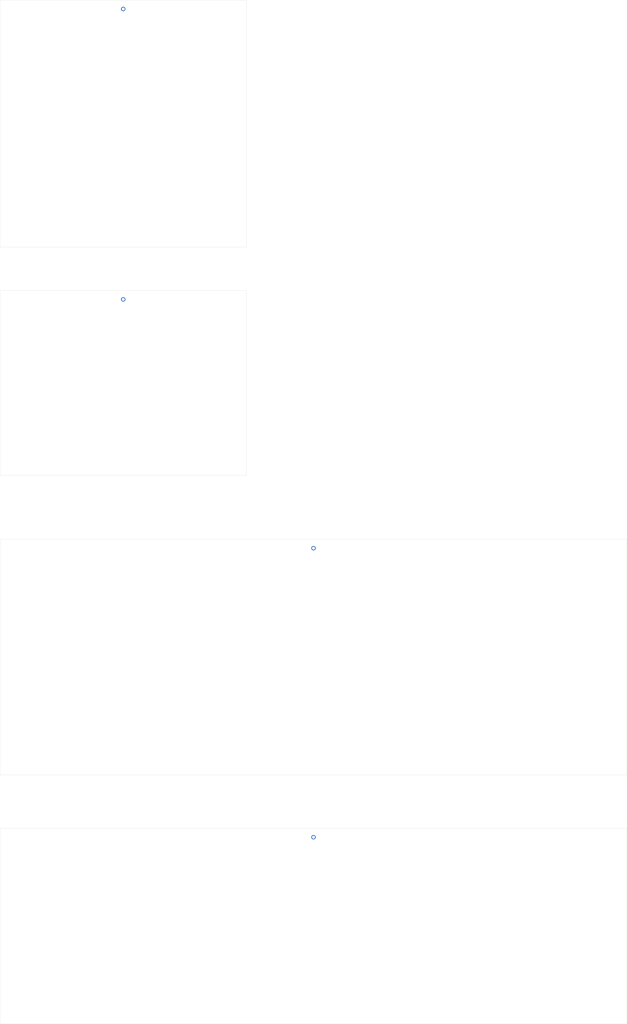
<source format=kicad_pcb>

(kicad_pcb 
  (version 4) 
  (host antennas.py "2016-08-20T14:18:27.037188") 
  (page A0) 
  (layers 
    (0 F.Cu signal) 
    (31 B.Cu signal hide) 
    (40 Dwgs.User user) 
    (44 Edge.Cuts user)) 
  (net 0 "") 
  (net 1 Antennas) 
  (net_class Default "" 
    (clearance 0.2000) 
    (trace_width 0.2000) 
    (via_dia 0.8000) 
    (via_drill 0.4000)) 
  (module X0 
    (layer F.Cu) 
    (tedit 0) 
    (tstamp 0) 
    (at 89.1150 25.0000) 
    (pad 1 thru_hole circle 
      (at 0 0) 
      (size 2.5000 2.5000) 
      (drill 1.5000) 
      (layers F.Cu) 
      (zone_connect 2) 
      (net 1 Antennas))) 
  (module X1 
    (layer F.Cu) 
    (tedit 0) 
    (tstamp 0) 
    (at 89.1150 187.9600) 
    (pad 1 thru_hole circle 
      (at 0 0) 
      (size 2.5000 2.5000) 
      (drill 1.5000) 
      (layers F.Cu) 
      (zone_connect 2) 
      (net 1 Antennas))) 
  (module X2 
    (layer F.Cu) 
    (tedit 0) 
    (tstamp 0) 
    (at 195.9292 327.5850) 
    (pad 1 thru_hole circle 
      (at 0 0) 
      (size 2.5000 2.5000) 
      (drill 1.5000) 
      (layers F.Cu) 
      (zone_connect 2) 
      (net 1 Antennas))) 
  (module X3 
    (layer F.Cu) 
    (tedit 0) 
    (tstamp 0) 
    (at 195.9292 489.7850) 
    (pad 1 thru_hole circle 
      (at 0 0) 
      (size 2.5000 2.5000) 
      (drill 1.5000) 
      (layers F.Cu) 
      (zone_connect 2) 
      (net 1 Antennas))) 
  (gr_line 
    (start 20.0000 158.6400) 
    (end 20.0000 20.0000) 
    (layer Edge.Cuts) 
    (width 0.1000)) 
  (gr_line 
    (start 20.0000 20.0000) 
    (end 158.2301 20.0000) 
    (layer Edge.Cuts) 
    (width 0.1000)) 
  (gr_line 
    (start 158.2301 20.0000) 
    (end 158.2301 158.6400) 
    (layer Edge.Cuts) 
    (width 0.1000)) 
  (gr_line 
    (start 158.2301 158.6400) 
    (end 20.0000 158.6400) 
    (layer Edge.Cuts) 
    (width 0.1000)) 
  (gr_line 
    (start 20.0000 286.7100) 
    (end 20.0000 182.9600) 
    (layer Edge.Cuts) 
    (width 0.1000)) 
  (gr_line 
    (start 20.0000 182.9600) 
    (end 158.2301 182.9600) 
    (layer Edge.Cuts) 
    (width 0.1000)) 
  (gr_line 
    (start 158.2301 182.9600) 
    (end 158.2301 286.7100) 
    (layer Edge.Cuts) 
    (width 0.1000)) 
  (gr_line 
    (start 158.2301 286.7100) 
    (end 20.0000 286.7100) 
    (layer Edge.Cuts) 
    (width 0.1000)) 
  (gr_line 
    (start 20.0000 454.7850) 
    (end 20.0000 322.5850) 
    (layer Edge.Cuts) 
    (width 0.1000)) 
  (gr_line 
    (start 20.0000 322.5850) 
    (end 371.8584 322.5850) 
    (layer Edge.Cuts) 
    (width 0.1000)) 
  (gr_line 
    (start 371.8584 322.5850) 
    (end 371.8584 454.7850) 
    (layer Edge.Cuts) 
    (width 0.1000)) 
  (gr_line 
    (start 371.8584 454.7850) 
    (end 20.0000 454.7850) 
    (layer Edge.Cuts) 
    (width 0.1000)) 
  (gr_line 
    (start 20.0000 594.5850) 
    (end 20.0000 484.7850) 
    (layer Edge.Cuts) 
    (width 0.1000)) 
  (gr_line 
    (start 20.0000 484.7850) 
    (end 371.8584 484.7850) 
    (layer Edge.Cuts) 
    (width 0.1000)) 
  (gr_line 
    (start 371.8584 484.7850) 
    (end 371.8584 594.5850) 
    (layer Edge.Cuts) 
    (width 0.1000)) 
  (gr_line 
    (start 371.8584 594.5850) 
    (end 20.0000 594.5850) 
    (layer Edge.Cuts) 
    (width 0.1000)) 
  (zone 
    (net 1) 
    (net_name Antennas) 
    (layer F.Cu) 
    (tstamp 0) 
    (hatch edge 0.5000) 
    (connect_pads 
      (clearance 0.3000)) 
    (min_thickness 0.0500) 
    (fill yes 
      (arc_segments 32) 
      (thermal_gap 0.3000) 
      (thermal_bridge_width 0.2500)) 
    (polygon 
      (pts 
        (xy 22.1150 33.6400) 
        (xy 22.1150 153.6400) 
        (xy 156.1150 153.6400) 
        (xy 156.1150 33.6400) 
        (xy 94.1150 33.6400) 
        (xy 94.1150 55.0000) 
        (xy 84.1150 55.0000) 
        (xy 84.1150 33.6400) 
        (xy 22.1150 33.6400)))) 
  (zone 
    (net 1) 
    (net_name Antennas) 
    (layer F.Cu) 
    (tstamp 0) 
    (hatch edge 0.5000) 
    (connect_pads 
      (clearance 0.3000)) 
    (min_thickness 0.0500) 
    (fill yes 
      (arc_segments 32) 
      (thermal_gap 0.3000) 
      (thermal_bridge_width 0.2500)) 
    (polygon 
      (pts 
        (xy 88.1650 55.0000) 
        (xy 88.1650 25.0000) 
        (xy 90.0650 25.0000) 
        (xy 90.0650 55.0000) 
        (xy 88.1650 55.0000)))) 
  (zone 
    (net 1) 
    (net_name Antennas) 
    (layer F.Cu) 
    (tstamp 0) 
    (hatch edge 0.5000) 
    (connect_pads 
      (clearance 0.3000)) 
    (min_thickness 0.0500) 
    (fill yes 
      (arc_segments 32) 
      (thermal_gap 0.3000) 
      (thermal_bridge_width 0.2500)) 
    (polygon 
      (pts 
        (xy 88.6150 24.5000) 
        (xy 88.6150 25.5000) 
        (xy 89.6150 25.5000) 
        (xy 89.6150 24.5000)))) 
  (zone 
    (net 1) 
    (net_name Antennas) 
    (layer F.Cu) 
    (tstamp 0) 
    (hatch edge 0.5000) 
    (connect_pads 
      (clearance 0.3000)) 
    (min_thickness 0.0500) 
    (fill yes 
      (arc_segments 32) 
      (thermal_gap 0.3000) 
      (thermal_bridge_width 0.2500)) 
    (polygon 
      (pts 
        (xy 23.5575 219.7100) 
        (xy 23.5575 279.7100) 
        (xy 25.5575 281.7100) 
        (xy 85.5575 281.7100) 
        (xy 85.5575 221.7100) 
        (xy 83.5575 219.7100) 
        (xy 23.5575 219.7100)))) 
  (zone 
    (net 1) 
    (net_name Antennas) 
    (layer F.Cu) 
    (tstamp 0) 
    (hatch edge 0.5000) 
    (connect_pads 
      (clearance 0.3000)) 
    (min_thickness 0.0500) 
    (fill yes 
      (arc_segments 32) 
      (thermal_gap 0.3000) 
      (thermal_bridge_width 0.2500)) 
    (polygon 
      (pts 
        (xy 92.6726 219.7100) 
        (xy 92.6726 279.7100) 
        (xy 94.6726 281.7100) 
        (xy 154.6726 281.7100) 
        (xy 154.6726 221.7100) 
        (xy 152.6726 219.7100) 
        (xy 92.6726 219.7100)))) 
  (zone 
    (net 1) 
    (net_name Antennas) 
    (layer F.Cu) 
    (tstamp 0) 
    (hatch edge 0.5000) 
    (connect_pads 
      (clearance 0.3000)) 
    (min_thickness 0.0500) 
    (fill yes 
      (arc_segments 32) 
      (thermal_gap 0.3000) 
      (thermal_bridge_width 0.2500)) 
    (polygon 
      (pts 
        (xy 54.9575 219.7100) 
        (xy 54.9575 188.3600) 
        (xy 56.3775 188.3600) 
        (xy 56.3775 187.5600) 
        (xy 55.2118 187.5600) 
        (xy 54.1575 188.6143) 
        (xy 54.1575 219.7100) 
        (xy 54.9575 219.7100)))) 
  (zone 
    (net 1) 
    (net_name Antennas) 
    (layer F.Cu) 
    (tstamp 0) 
    (hatch edge 0.5000) 
    (connect_pads 
      (clearance 0.3000)) 
    (min_thickness 0.0500) 
    (fill yes 
      (arc_segments 32) 
      (thermal_gap 0.3000) 
      (thermal_bridge_width 0.2500)) 
    (polygon 
      (pts 
        (xy 56.3775 188.4950) 
        (xy 88.3606 188.4950) 
        (xy 89.6500 187.2055) 
        (xy 89.6500 187.4250) 
        (xy 88.5800 187.4250) 
        (xy 88.5800 187.4250) 
        (xy 56.3775 187.4250) 
        (xy 56.3775 188.4950)))) 
  (zone 
    (net 1) 
    (net_name Antennas) 
    (layer F.Cu) 
    (tstamp 0) 
    (hatch edge 0.5000) 
    (connect_pads 
      (clearance 0.3000)) 
    (min_thickness 0.0500) 
    (fill yes 
      (arc_segments 32) 
      (thermal_gap 0.3000) 
      (thermal_bridge_width 0.2500)) 
    (polygon 
      (pts 
        (xy 124.0726 219.7100) 
        (xy 124.0726 188.6143) 
        (xy 123.0182 187.5600) 
        (xy 121.8526 187.5600) 
        (xy 121.8526 188.3600) 
        (xy 123.2726 188.3600) 
        (xy 123.2726 219.7100) 
        (xy 124.0726 219.7100)))) 
  (zone 
    (net 1) 
    (net_name Antennas) 
    (layer F.Cu) 
    (tstamp 0) 
    (hatch edge 0.5000) 
    (connect_pads 
      (clearance 0.3000)) 
    (min_thickness 0.0500) 
    (fill yes 
      (arc_segments 32) 
      (thermal_gap 0.3000) 
      (thermal_bridge_width 0.2500)) 
    (polygon 
      (pts 
        (xy 121.8526 187.4250) 
        (xy 89.6500 187.4250) 
        (xy 89.6500 187.4250) 
        (xy 88.5800 187.4250) 
        (xy 88.5800 187.2055) 
        (xy 89.8695 188.4950) 
        (xy 121.8526 188.4950) 
        (xy 121.8526 187.4250)))) 
  (zone 
    (net 1) 
    (net_name Antennas) 
    (layer F.Cu) 
    (tstamp 0) 
    (hatch edge 0.5000) 
    (connect_pads 
      (clearance 0.3000)) 
    (min_thickness 0.0500) 
    (fill yes 
      (arc_segments 32) 
      (thermal_gap 0.3000) 
      (thermal_bridge_width 0.2500)) 
    (polygon 
      (pts 
        (xy 88.6150 187.4600) 
        (xy 88.6150 188.4600) 
        (xy 89.6150 188.4600) 
        (xy 89.6150 187.4600)))) 
  (zone 
    (net 1) 
    (net_name Antennas) 
    (layer F.Cu) 
    (tstamp 0) 
    (hatch edge 0.5000) 
    (connect_pads 
      (clearance 0.3000)) 
    (min_thickness 0.0500) 
    (fill yes 
      (arc_segments 32) 
      (thermal_gap 0.3000) 
      (thermal_bridge_width 0.2500)) 
    (polygon 
      (pts 
        (xy 50.9646 347.5850) 
        (xy 50.9646 449.7850) 
        (xy 164.9646 449.7850) 
        (xy 164.9646 347.5850) 
        (xy 110.4646 347.5850) 
        (xy 110.4646 377.5850) 
        (xy 105.4646 377.5850) 
        (xy 105.4646 347.5850) 
        (xy 50.9646 347.5850)))) 
  (zone 
    (net 1) 
    (net_name Antennas) 
    (layer F.Cu) 
    (tstamp 0) 
    (hatch edge 0.5000) 
    (connect_pads 
      (clearance 0.3000)) 
    (min_thickness 0.0500) 
    (fill yes 
      (arc_segments 32) 
      (thermal_gap 0.3000) 
      (thermal_bridge_width 0.2500)) 
    (polygon 
      (pts 
        (xy 226.8938 347.5850) 
        (xy 226.8938 449.7850) 
        (xy 340.8938 449.7850) 
        (xy 340.8938 347.5850) 
        (xy 286.3938 347.5850) 
        (xy 286.3938 377.5850) 
        (xy 281.3938 377.5850) 
        (xy 281.3938 347.5850) 
        (xy 226.8938 347.5850)))) 
  (zone 
    (net 1) 
    (net_name Antennas) 
    (layer F.Cu) 
    (tstamp 0) 
    (hatch edge 0.5000) 
    (connect_pads 
      (clearance 0.3000)) 
    (min_thickness 0.0500) 
    (fill yes 
      (arc_segments 32) 
      (thermal_gap 0.3000) 
      (thermal_bridge_width 0.2500)) 
    (polygon 
      (pts 
        (xy 108.3646 377.5850) 
        (xy 108.3646 327.9850) 
        (xy 195.2749 327.9850) 
        (xy 196.3292 326.9307) 
        (xy 196.3292 327.1850) 
        (xy 195.5292 327.1850) 
        (xy 195.5292 327.1850) 
        (xy 108.6189 327.1850) 
        (xy 107.5646 328.2393) 
        (xy 107.5646 377.5850) 
        (xy 108.3646 377.5850)))) 
  (zone 
    (net 1) 
    (net_name Antennas) 
    (layer F.Cu) 
    (tstamp 0) 
    (hatch edge 0.5000) 
    (connect_pads 
      (clearance 0.3000)) 
    (min_thickness 0.0500) 
    (fill yes 
      (arc_segments 32) 
      (thermal_gap 0.3000) 
      (thermal_bridge_width 0.2500)) 
    (polygon 
      (pts 
        (xy 284.2938 377.5850) 
        (xy 284.2938 328.2393) 
        (xy 283.2395 327.1850) 
        (xy 196.3292 327.1850) 
        (xy 196.3292 327.1850) 
        (xy 195.5292 327.1850) 
        (xy 195.5292 326.9307) 
        (xy 196.5835 327.9850) 
        (xy 283.4938 327.9850) 
        (xy 283.4938 377.5850) 
        (xy 284.2938 377.5850)))) 
  (zone 
    (net 1) 
    (net_name Antennas) 
    (layer F.Cu) 
    (tstamp 0) 
    (hatch edge 0.5000) 
    (connect_pads 
      (clearance 0.3000)) 
    (min_thickness 0.0500) 
    (fill yes 
      (arc_segments 32) 
      (thermal_gap 0.3000) 
      (thermal_bridge_width 0.2500)) 
    (polygon 
      (pts 
        (xy 195.4292 327.0850) 
        (xy 195.4292 328.0850) 
        (xy 196.4292 328.0850) 
        (xy 196.4292 327.0850)))) 
  (zone 
    (net 1) 
    (net_name Antennas) 
    (layer F.Cu) 
    (tstamp 0) 
    (hatch edge 0.5000) 
    (connect_pads 
      (clearance 0.3000)) 
    (min_thickness 0.0500) 
    (fill yes 
      (arc_segments 32) 
      (thermal_gap 0.3000) 
      (thermal_bridge_width 0.2500)) 
    (polygon 
      (pts 
        (xy 35.2423 532.1050) 
        (xy 35.2423 587.5850) 
        (xy 37.2423 589.5850) 
        (xy 92.7223 589.5850) 
        (xy 92.7223 534.1050) 
        (xy 90.7223 532.1050) 
        (xy 35.2423 532.1050)))) 
  (zone 
    (net 1) 
    (net_name Antennas) 
    (layer F.Cu) 
    (tstamp 0) 
    (hatch edge 0.5000) 
    (connect_pads 
      (clearance 0.3000)) 
    (min_thickness 0.0500) 
    (fill yes 
      (arc_segments 32) 
      (thermal_gap 0.3000) 
      (thermal_bridge_width 0.2500)) 
    (polygon 
      (pts 
        (xy 123.2069 532.1050) 
        (xy 123.2069 587.5850) 
        (xy 125.2069 589.5850) 
        (xy 180.6869 589.5850) 
        (xy 180.6869 534.1050) 
        (xy 178.6869 532.1050) 
        (xy 123.2069 532.1050)))) 
  (zone 
    (net 1) 
    (net_name Antennas) 
    (layer F.Cu) 
    (tstamp 0) 
    (hatch edge 0.5000) 
    (connect_pads 
      (clearance 0.3000)) 
    (min_thickness 0.0500) 
    (fill yes 
      (arc_segments 32) 
      (thermal_gap 0.3000) 
      (thermal_bridge_width 0.2500)) 
    (polygon 
      (pts 
        (xy 211.1715 532.1050) 
        (xy 211.1715 587.5850) 
        (xy 213.1715 589.5850) 
        (xy 268.6515 589.5850) 
        (xy 268.6515 534.1050) 
        (xy 266.6515 532.1050) 
        (xy 211.1715 532.1050)))) 
  (zone 
    (net 1) 
    (net_name Antennas) 
    (layer F.Cu) 
    (tstamp 0) 
    (hatch edge 0.5000) 
    (connect_pads 
      (clearance 0.3000)) 
    (min_thickness 0.0500) 
    (fill yes 
      (arc_segments 32) 
      (thermal_gap 0.3000) 
      (thermal_bridge_width 0.2500)) 
    (polygon 
      (pts 
        (xy 299.1361 532.1050) 
        (xy 299.1361 587.5850) 
        (xy 301.1361 589.5850) 
        (xy 356.6161 589.5850) 
        (xy 356.6161 534.1050) 
        (xy 354.6161 532.1050) 
        (xy 299.1361 532.1050)))) 
  (zone 
    (net 1) 
    (net_name Antennas) 
    (layer F.Cu) 
    (tstamp 0) 
    (hatch edge 0.5000) 
    (connect_pads 
      (clearance 0.3000)) 
    (min_thickness 0.0500) 
    (fill yes 
      (arc_segments 32) 
      (thermal_gap 0.3000) 
      (thermal_bridge_width 0.2500)) 
    (polygon 
      (pts 
        (xy 64.3823 532.1050) 
        (xy 64.3823 510.1850) 
        (xy 75.2323 510.1850) 
        (xy 75.2323 509.3850) 
        (xy 64.6366 509.3850) 
        (xy 63.5823 510.4393) 
        (xy 63.5823 532.1050) 
        (xy 64.3823 532.1050)))) 
  (zone 
    (net 1) 
    (net_name Antennas) 
    (layer F.Cu) 
    (tstamp 0) 
    (hatch edge 0.5000) 
    (connect_pads 
      (clearance 0.3000)) 
    (min_thickness 0.0500) 
    (fill yes 
      (arc_segments 32) 
      (thermal_gap 0.3000) 
      (thermal_bridge_width 0.2500)) 
    (polygon 
      (pts 
        (xy 75.2323 510.3200) 
        (xy 107.2101 510.3200) 
        (xy 108.4996 509.0305) 
        (xy 108.4996 509.2500) 
        (xy 107.4296 509.2500) 
        (xy 107.4296 509.2500) 
        (xy 75.2323 509.2500) 
        (xy 75.2323 510.3200)))) 
  (zone 
    (net 1) 
    (net_name Antennas) 
    (layer F.Cu) 
    (tstamp 0) 
    (hatch edge 0.5000) 
    (connect_pads 
      (clearance 0.3000)) 
    (min_thickness 0.0500) 
    (fill yes 
      (arc_segments 32) 
      (thermal_gap 0.3000) 
      (thermal_bridge_width 0.2500)) 
    (polygon 
      (pts 
        (xy 152.3469 532.1050) 
        (xy 152.3469 510.4393) 
        (xy 151.2926 509.3850) 
        (xy 140.6969 509.3850) 
        (xy 140.6969 510.1850) 
        (xy 151.5469 510.1850) 
        (xy 151.5469 532.1050) 
        (xy 152.3469 532.1050)))) 
  (zone 
    (net 1) 
    (net_name Antennas) 
    (layer F.Cu) 
    (tstamp 0) 
    (hatch edge 0.5000) 
    (connect_pads 
      (clearance 0.3000)) 
    (min_thickness 0.0500) 
    (fill yes 
      (arc_segments 32) 
      (thermal_gap 0.3000) 
      (thermal_bridge_width 0.2500)) 
    (polygon 
      (pts 
        (xy 140.6969 509.2500) 
        (xy 108.4996 509.2500) 
        (xy 108.4996 509.2500) 
        (xy 107.4296 509.2500) 
        (xy 107.4296 509.0305) 
        (xy 108.7191 510.3200) 
        (xy 140.6969 510.3200) 
        (xy 140.6969 509.2500)))) 
  (zone 
    (net 1) 
    (net_name Antennas) 
    (layer F.Cu) 
    (tstamp 0) 
    (hatch edge 0.5000) 
    (connect_pads 
      (clearance 0.3000)) 
    (min_thickness 0.0500) 
    (fill yes 
      (arc_segments 32) 
      (thermal_gap 0.3000) 
      (thermal_bridge_width 0.2500)) 
    (polygon 
      (pts 
        (xy 240.3115 532.1050) 
        (xy 240.3115 510.1850) 
        (xy 251.1615 510.1850) 
        (xy 251.1615 509.3850) 
        (xy 240.5658 509.3850) 
        (xy 239.5115 510.4393) 
        (xy 239.5115 532.1050) 
        (xy 240.3115 532.1050)))) 
  (zone 
    (net 1) 
    (net_name Antennas) 
    (layer F.Cu) 
    (tstamp 0) 
    (hatch edge 0.5000) 
    (connect_pads 
      (clearance 0.3000)) 
    (min_thickness 0.0500) 
    (fill yes 
      (arc_segments 32) 
      (thermal_gap 0.3000) 
      (thermal_bridge_width 0.2500)) 
    (polygon 
      (pts 
        (xy 251.1615 510.3200) 
        (xy 283.1393 510.3200) 
        (xy 284.4288 509.0305) 
        (xy 284.4288 509.2500) 
        (xy 283.3588 509.2500) 
        (xy 283.3588 509.2500) 
        (xy 251.1615 509.2500) 
        (xy 251.1615 510.3200)))) 
  (zone 
    (net 1) 
    (net_name Antennas) 
    (layer F.Cu) 
    (tstamp 0) 
    (hatch edge 0.5000) 
    (connect_pads 
      (clearance 0.3000)) 
    (min_thickness 0.0500) 
    (fill yes 
      (arc_segments 32) 
      (thermal_gap 0.3000) 
      (thermal_bridge_width 0.2500)) 
    (polygon 
      (pts 
        (xy 328.2761 532.1050) 
        (xy 328.2761 510.4393) 
        (xy 327.2218 509.3850) 
        (xy 316.6261 509.3850) 
        (xy 316.6261 510.1850) 
        (xy 327.4761 510.1850) 
        (xy 327.4761 532.1050) 
        (xy 328.2761 532.1050)))) 
  (zone 
    (net 1) 
    (net_name Antennas) 
    (layer F.Cu) 
    (tstamp 0) 
    (hatch edge 0.5000) 
    (connect_pads 
      (clearance 0.3000)) 
    (min_thickness 0.0500) 
    (fill yes 
      (arc_segments 32) 
      (thermal_gap 0.3000) 
      (thermal_bridge_width 0.2500)) 
    (polygon 
      (pts 
        (xy 316.6261 509.2500) 
        (xy 284.4288 509.2500) 
        (xy 284.4288 509.2500) 
        (xy 283.3588 509.2500) 
        (xy 283.3588 509.0305) 
        (xy 284.6482 510.3200) 
        (xy 316.6261 510.3200) 
        (xy 316.6261 509.2500)))) 
  (zone 
    (net 1) 
    (net_name Antennas) 
    (layer F.Cu) 
    (tstamp 0) 
    (hatch edge 0.5000) 
    (connect_pads 
      (clearance 0.3000)) 
    (min_thickness 0.0500) 
    (fill yes 
      (arc_segments 32) 
      (thermal_gap 0.3000) 
      (thermal_bridge_width 0.2500)) 
    (polygon 
      (pts 
        (xy 108.4996 509.7850) 
        (xy 108.4996 490.3200) 
        (xy 120.6946 490.3200) 
        (xy 120.6946 489.2500) 
        (xy 108.7191 489.2500) 
        (xy 107.4296 490.5395) 
        (xy 107.4296 509.7850) 
        (xy 108.4996 509.7850)))) 
  (zone 
    (net 1) 
    (net_name Antennas) 
    (layer F.Cu) 
    (tstamp 0) 
    (hatch edge 0.5000) 
    (connect_pads 
      (clearance 0.3000)) 
    (min_thickness 0.0500) 
    (fill yes 
      (arc_segments 32) 
      (thermal_gap 0.3000) 
      (thermal_bridge_width 0.2500)) 
    (polygon 
      (pts 
        (xy 120.6946 490.1850) 
        (xy 195.2749 490.1850) 
        (xy 196.3292 489.1307) 
        (xy 196.3292 489.3850) 
        (xy 195.5292 489.3850) 
        (xy 195.5292 489.3850) 
        (xy 120.6946 489.3850) 
        (xy 120.6946 490.1850)))) 
  (zone 
    (net 1) 
    (net_name Antennas) 
    (layer F.Cu) 
    (tstamp 0) 
    (hatch edge 0.5000) 
    (connect_pads 
      (clearance 0.3000)) 
    (min_thickness 0.0500) 
    (fill yes 
      (arc_segments 32) 
      (thermal_gap 0.3000) 
      (thermal_bridge_width 0.2500)) 
    (polygon 
      (pts 
        (xy 284.4288 509.7850) 
        (xy 284.4288 490.5395) 
        (xy 283.1393 489.2500) 
        (xy 271.1638 489.2500) 
        (xy 271.1638 490.3200) 
        (xy 283.3588 490.3200) 
        (xy 283.3588 509.7850) 
        (xy 284.4288 509.7850)))) 
  (zone 
    (net 1) 
    (net_name Antennas) 
    (layer F.Cu) 
    (tstamp 0) 
    (hatch edge 0.5000) 
    (connect_pads 
      (clearance 0.3000)) 
    (min_thickness 0.0500) 
    (fill yes 
      (arc_segments 32) 
      (thermal_gap 0.3000) 
      (thermal_bridge_width 0.2500)) 
    (polygon 
      (pts 
        (xy 271.1638 489.3850) 
        (xy 196.3292 489.3850) 
        (xy 196.3292 489.3850) 
        (xy 195.5292 489.3850) 
        (xy 195.5292 489.1307) 
        (xy 196.5835 490.1850) 
        (xy 271.1638 490.1850) 
        (xy 271.1638 489.3850)))) 
  (zone 
    (net 1) 
    (net_name Antennas) 
    (layer F.Cu) 
    (tstamp 0) 
    (hatch edge 0.5000) 
    (connect_pads 
      (clearance 0.3000)) 
    (min_thickness 0.0500) 
    (fill yes 
      (arc_segments 32) 
      (thermal_gap 0.3000) 
      (thermal_bridge_width 0.2500)) 
    (polygon 
      (pts 
        (xy 195.4292 489.2850) 
        (xy 195.4292 490.2850) 
        (xy 196.4292 490.2850) 
        (xy 196.4292 489.2850)))))
</source>
